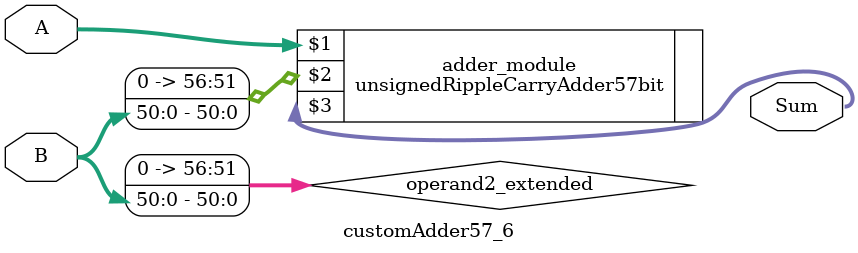
<source format=v>
module customAdder57_6(
                        input [56 : 0] A,
                        input [50 : 0] B,
                        
                        output [57 : 0] Sum
                );

        wire [56 : 0] operand2_extended;
        
        assign operand2_extended =  {6'b0, B};
        
        unsignedRippleCarryAdder57bit adder_module(
            A,
            operand2_extended,
            Sum
        );
        
        endmodule
        
</source>
